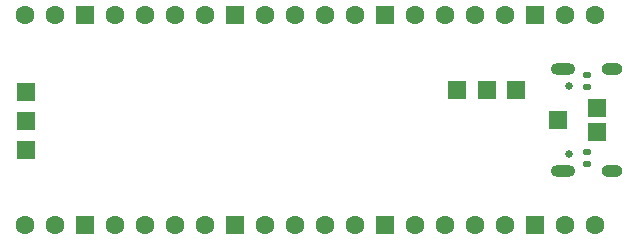
<source format=gbr>
G04 #@! TF.GenerationSoftware,KiCad,Pcbnew,8.0.6*
G04 #@! TF.CreationDate,2024-11-24T01:45:06-05:00*
G04 #@! TF.ProjectId,RPI-PICO-R3a-PUBLIC,5250492d-5049-4434-9f2d-5233612d5055,4*
G04 #@! TF.SameCoordinates,Original*
G04 #@! TF.FileFunction,Soldermask,Bot*
G04 #@! TF.FilePolarity,Negative*
%FSLAX46Y46*%
G04 Gerber Fmt 4.6, Leading zero omitted, Abs format (unit mm)*
G04 Created by KiCad (PCBNEW 8.0.6) date 2024-11-24 01:45:06*
%MOMM*%
%LPD*%
G01*
G04 APERTURE LIST*
G04 Aperture macros list*
%AMRoundRect*
0 Rectangle with rounded corners*
0 $1 Rounding radius*
0 $2 $3 $4 $5 $6 $7 $8 $9 X,Y pos of 4 corners*
0 Add a 4 corners polygon primitive as box body*
4,1,4,$2,$3,$4,$5,$6,$7,$8,$9,$2,$3,0*
0 Add four circle primitives for the rounded corners*
1,1,$1+$1,$2,$3*
1,1,$1+$1,$4,$5*
1,1,$1+$1,$6,$7*
1,1,$1+$1,$8,$9*
0 Add four rect primitives between the rounded corners*
20,1,$1+$1,$2,$3,$4,$5,0*
20,1,$1+$1,$4,$5,$6,$7,0*
20,1,$1+$1,$6,$7,$8,$9,0*
20,1,$1+$1,$8,$9,$2,$3,0*%
G04 Aperture macros list end*
%ADD10C,1.600000*%
%ADD11R,1.600000X1.600000*%
%ADD12C,0.650000*%
%ADD13O,2.100000X1.000000*%
%ADD14O,1.800000X1.000000*%
%ADD15R,1.500000X1.500000*%
%ADD16RoundRect,0.135000X-0.185000X0.135000X-0.185000X-0.135000X0.185000X-0.135000X0.185000X0.135000X0*%
%ADD17RoundRect,0.135000X0.185000X-0.135000X0.185000X0.135000X-0.185000X0.135000X-0.185000X-0.135000X0*%
G04 APERTURE END LIST*
D10*
X126320000Y-113390000D03*
X128860000Y-113390000D03*
D11*
X131400000Y-113390000D03*
D10*
X133940000Y-113390000D03*
X136480000Y-113390000D03*
X139020000Y-113390000D03*
X141560000Y-113390000D03*
D11*
X144100000Y-113390000D03*
D10*
X146640000Y-113390000D03*
X149180000Y-113390000D03*
X151720000Y-113390000D03*
X154260000Y-113390000D03*
D11*
X156800000Y-113390000D03*
D10*
X159340000Y-113390000D03*
X161880000Y-113390000D03*
X164420000Y-113390000D03*
X166960000Y-113390000D03*
D11*
X169500000Y-113390000D03*
D10*
X172040000Y-113390000D03*
X174580000Y-113390000D03*
X174580000Y-95610000D03*
X172040000Y-95610000D03*
D11*
X169500000Y-95610000D03*
D10*
X166960000Y-95610000D03*
X164420000Y-95610000D03*
X161880000Y-95610000D03*
X159340000Y-95610000D03*
D11*
X156800000Y-95610000D03*
D10*
X154260000Y-95610000D03*
X151720000Y-95610000D03*
X149180000Y-95610000D03*
X146640000Y-95610000D03*
D11*
X144100000Y-95610000D03*
D10*
X141560000Y-95610000D03*
X139020000Y-95610000D03*
X136480000Y-95610000D03*
X133940000Y-95610000D03*
D11*
X131400000Y-95610000D03*
D10*
X128860000Y-95610000D03*
X126320000Y-95610000D03*
D12*
X172395000Y-107390000D03*
X172395000Y-101610000D03*
D13*
X171895000Y-108820000D03*
D14*
X176075000Y-108820000D03*
D13*
X171895000Y-100180000D03*
D14*
X176075000Y-100180000D03*
D15*
X126450000Y-102150000D03*
X126450000Y-107050000D03*
X174750000Y-105500000D03*
X167950000Y-102000000D03*
X126450000Y-104600000D03*
D16*
X173950000Y-107240000D03*
X173950000Y-108260000D03*
D15*
X174750000Y-103500000D03*
X165450000Y-102000000D03*
X171450000Y-104500000D03*
X162950000Y-102000000D03*
D17*
X173950000Y-101760000D03*
X173950000Y-100740000D03*
M02*

</source>
